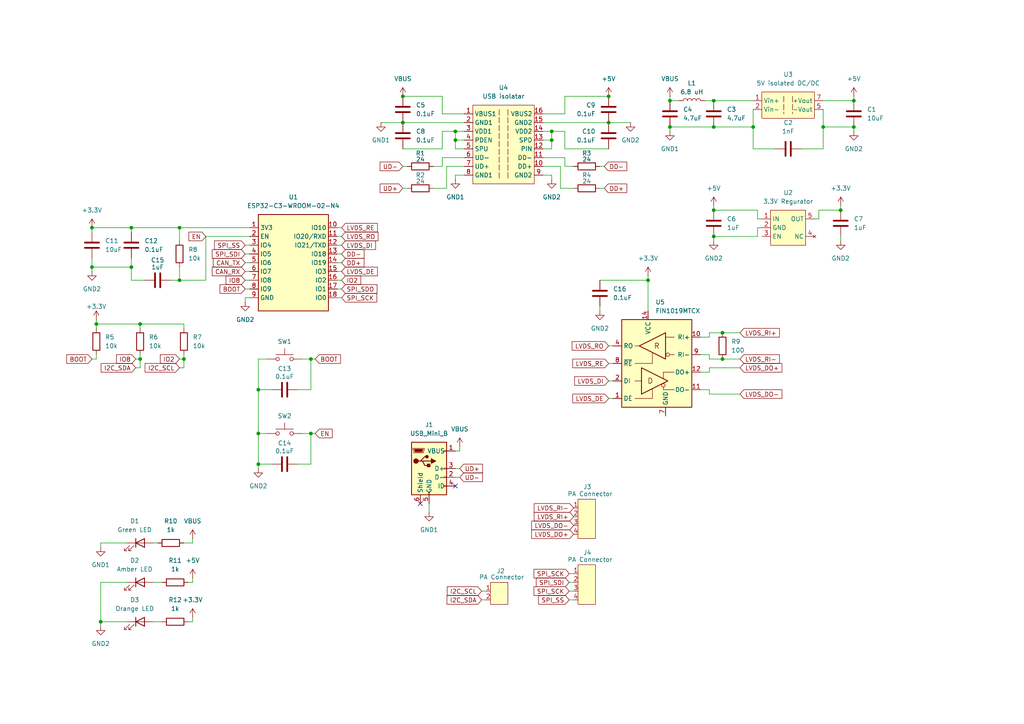
<source format=kicad_sch>
(kicad_sch (version 20250114) (generator "eeschema") (generator_version "9.0")
  (paper "A4")
  (junction (at 176.53 27.94))
  (junction (at 29.21 180.34))
  (junction (at 27.94 93.98))
  (junction (at 207.01 68.58))
  (junction (at 52.07 81.28))
  (junction (at 238.76 36.83))
  (junction (at 26.67 66.04))
  (junction (at 116.84 35.56))
  (junction (at 74.93 125.73))
  (junction (at 209.55 96.52))
  (junction (at 38.1 66.04))
  (junction (at 52.07 66.04))
  (junction (at 207.01 36.83))
  (junction (at 74.93 134.62))
  (junction (at 90.17 125.73))
  (junction (at 132.08 40.64))
  (junction (at 53.34 104.14))
  (junction (at 194.31 29.21))
  (junction (at 38.1 77.47))
  (junction (at 247.65 29.21))
  (junction (at 243.84 60.96))
  (junction (at 176.53 35.56))
  (junction (at 90.17 104.14))
  (junction (at 160.02 40.64))
  (junction (at 207.01 29.21))
  (junction (at 40.64 93.98))
  (junction (at 207.01 60.96))
  (junction (at 74.93 113.03))
  (junction (at 209.55 104.14))
  (junction (at 116.84 27.94))
  (junction (at 194.31 36.83))
  (junction (at 160.02 38.1))
  (junction (at 26.67 77.47))
  (junction (at 187.96 81.28))
  (junction (at 218.44 36.83))
  (junction (at 247.65 36.83))
  (junction (at 132.08 38.1))
  (junction (at 40.64 104.14))
  (no_connect (at 121.92 146.05))
  (no_connect (at 132.08 140.97))
  (wire (pts (xy 29.21 157.48) (xy 36.83 157.48)))
  (wire (pts (xy 90.17 113.03) (xy 90.17 104.14)))
  (wire (pts (xy 116.84 43.18) (xy 128.27 43.18)))
  (wire (pts (xy 71.12 76.2) (xy 72.39 76.2)))
  (wire (pts (xy 53.34 104.14) (xy 53.34 102.87)))
  (wire (pts (xy 116.84 27.94) (xy 128.27 27.94)))
  (wire (pts (xy 132.08 40.64) (xy 134.62 40.64)))
  (wire (pts (xy 40.64 93.98) (xy 53.34 93.98)))
  (wire (pts (xy 182.88 35.56) (xy 176.53 35.56)))
  (wire (pts (xy 224.79 43.18) (xy 218.44 43.18)))
  (wire (pts (xy 38.1 74.93) (xy 38.1 77.47)))
  (wire (pts (xy 175.26 48.26) (xy 173.99 48.26)))
  (wire (pts (xy 205.74 104.14) (xy 209.55 104.14)))
  (wire (pts (xy 128.27 43.18) (xy 128.27 38.1)))
  (wire (pts (xy 128.27 38.1) (xy 132.08 38.1)))
  (wire (pts (xy 110.49 35.56) (xy 116.84 35.56)))
  (wire (pts (xy 86.36 113.03) (xy 90.17 113.03)))
  (wire (pts (xy 134.62 43.18) (xy 132.08 43.18)))
  (wire (pts (xy 133.35 129.54) (xy 133.35 130.81)))
  (wire (pts (xy 74.93 113.03) (xy 78.74 113.03)))
  (wire (pts (xy 26.67 66.04) (xy 26.67 67.31)))
  (wire (pts (xy 52.07 66.04) (xy 72.39 66.04)))
  (wire (pts (xy 74.93 104.14) (xy 74.93 113.03)))
  (wire (pts (xy 55.88 168.91) (xy 55.88 167.64)))
  (wire (pts (xy 194.31 27.94) (xy 194.31 29.21)))
  (wire (pts (xy 53.34 106.68) (xy 53.34 104.14)))
  (wire (pts (xy 40.64 93.98) (xy 40.64 95.25)))
  (wire (pts (xy 26.67 104.14) (xy 27.94 104.14)))
  (wire (pts (xy 40.64 104.14) (xy 40.64 102.87)))
  (wire (pts (xy 176.53 27.94) (xy 163.83 27.94)))
  (wire (pts (xy 187.96 81.28) (xy 187.96 90.17)))
  (wire (pts (xy 238.76 31.75) (xy 238.76 36.83)))
  (wire (pts (xy 77.47 104.14) (xy 74.93 104.14)))
  (wire (pts (xy 157.48 48.26) (xy 162.56 48.26)))
  (wire (pts (xy 134.62 48.26) (xy 129.54 48.26)))
  (wire (pts (xy 205.74 97.79) (xy 203.2 97.79)))
  (wire (pts (xy 59.69 68.58) (xy 59.69 81.28)))
  (wire (pts (xy 44.45 168.91) (xy 46.99 168.91)))
  (wire (pts (xy 27.94 102.87) (xy 27.94 104.14)))
  (wire (pts (xy 238.76 36.83) (xy 247.65 36.83)))
  (wire (pts (xy 71.12 71.12) (xy 72.39 71.12)))
  (wire (pts (xy 44.45 180.34) (xy 46.99 180.34)))
  (wire (pts (xy 128.27 33.02) (xy 134.62 33.02)))
  (wire (pts (xy 29.21 180.34) (xy 36.83 180.34)))
  (wire (pts (xy 163.83 27.94) (xy 163.83 33.02)))
  (wire (pts (xy 176.53 43.18) (xy 163.83 43.18)))
  (wire (pts (xy 219.71 63.5) (xy 219.71 60.96)))
  (wire (pts (xy 90.17 134.62) (xy 90.17 125.73)))
  (wire (pts (xy 205.74 96.52) (xy 205.74 97.79)))
  (wire (pts (xy 26.67 66.04) (xy 38.1 66.04)))
  (wire (pts (xy 132.08 43.18) (xy 132.08 40.64)))
  (wire (pts (xy 91.44 104.14) (xy 90.17 104.14)))
  (wire (pts (xy 163.83 45.72) (xy 163.83 48.26)))
  (wire (pts (xy 74.93 125.73) (xy 77.47 125.73)))
  (wire (pts (xy 71.12 78.74) (xy 72.39 78.74)))
  (wire (pts (xy 187.96 81.28) (xy 173.99 81.28)))
  (wire (pts (xy 176.53 110.49) (xy 177.8 110.49)))
  (wire (pts (xy 27.94 93.98) (xy 40.64 93.98)))
  (wire (pts (xy 99.06 73.66) (xy 97.79 73.66)))
  (wire (pts (xy 38.1 77.47) (xy 38.1 81.28)))
  (wire (pts (xy 54.61 168.91) (xy 55.88 168.91)))
  (wire (pts (xy 207.01 68.58) (xy 207.01 69.85)))
  (wire (pts (xy 90.17 104.14) (xy 87.63 104.14)))
  (wire (pts (xy 187.96 80.01) (xy 187.96 81.28)))
  (wire (pts (xy 139.7 171.45) (xy 140.97 171.45)))
  (wire (pts (xy 160.02 40.64) (xy 160.02 38.1)))
  (wire (pts (xy 247.65 27.94) (xy 247.65 29.21)))
  (wire (pts (xy 91.44 125.73) (xy 90.17 125.73)))
  (wire (pts (xy 132.08 38.1) (xy 134.62 38.1)))
  (wire (pts (xy 71.12 73.66) (xy 72.39 73.66)))
  (wire (pts (xy 26.67 77.47) (xy 38.1 77.47)))
  (wire (pts (xy 243.84 68.58) (xy 243.84 69.85)))
  (wire (pts (xy 26.67 74.93) (xy 26.67 77.47)))
  (wire (pts (xy 133.35 138.43) (xy 132.08 138.43)))
  (wire (pts (xy 26.67 77.47) (xy 26.67 78.74)))
  (wire (pts (xy 194.31 36.83) (xy 207.01 36.83)))
  (wire (pts (xy 52.07 106.68) (xy 53.34 106.68)))
  (wire (pts (xy 139.7 173.99) (xy 140.97 173.99)))
  (wire (pts (xy 132.08 50.8) (xy 134.62 50.8)))
  (wire (pts (xy 53.34 93.98) (xy 53.34 95.25)))
  (wire (pts (xy 29.21 158.75) (xy 29.21 157.48)))
  (wire (pts (xy 166.37 166.37) (xy 165.1 166.37)))
  (wire (pts (xy 157.48 33.02) (xy 163.83 33.02)))
  (wire (pts (xy 218.44 36.83) (xy 218.44 31.75)))
  (wire (pts (xy 41.91 81.28) (xy 38.1 81.28)))
  (wire (pts (xy 52.07 104.14) (xy 53.34 104.14)))
  (wire (pts (xy 205.74 96.52) (xy 209.55 96.52)))
  (wire (pts (xy 163.83 43.18) (xy 163.83 38.1)))
  (wire (pts (xy 209.55 96.52) (xy 214.63 96.52)))
  (wire (pts (xy 205.74 114.3) (xy 214.63 114.3)))
  (wire (pts (xy 38.1 66.04) (xy 52.07 66.04)))
  (wire (pts (xy 55.88 157.48) (xy 53.34 157.48)))
  (wire (pts (xy 71.12 83.82) (xy 72.39 83.82)))
  (wire (pts (xy 173.99 90.17) (xy 173.99 88.9)))
  (wire (pts (xy 116.84 48.26) (xy 118.11 48.26)))
  (wire (pts (xy 237.49 60.96) (xy 243.84 60.96)))
  (wire (pts (xy 44.45 157.48) (xy 45.72 157.48)))
  (wire (pts (xy 52.07 69.85) (xy 52.07 66.04)))
  (wire (pts (xy 29.21 180.34) (xy 29.21 168.91)))
  (wire (pts (xy 218.44 43.18) (xy 218.44 36.83)))
  (wire (pts (xy 207.01 36.83) (xy 218.44 36.83)))
  (wire (pts (xy 160.02 52.07) (xy 160.02 50.8)))
  (wire (pts (xy 55.88 156.21) (xy 55.88 157.48)))
  (wire (pts (xy 128.27 45.72) (xy 134.62 45.72)))
  (wire (pts (xy 166.37 171.45) (xy 165.1 171.45)))
  (wire (pts (xy 71.12 86.36) (xy 72.39 86.36)))
  (wire (pts (xy 55.88 179.07) (xy 55.88 180.34)))
  (wire (pts (xy 243.84 59.69) (xy 243.84 60.96)))
  (wire (pts (xy 132.08 40.64) (xy 132.08 38.1)))
  (wire (pts (xy 160.02 38.1) (xy 163.83 38.1)))
  (wire (pts (xy 203.2 113.03) (xy 205.74 113.03)))
  (wire (pts (xy 157.48 38.1) (xy 160.02 38.1)))
  (wire (pts (xy 157.48 45.72) (xy 163.83 45.72)))
  (wire (pts (xy 162.56 48.26) (xy 162.56 54.61)))
  (wire (pts (xy 39.37 106.68) (xy 40.64 106.68)))
  (wire (pts (xy 74.93 134.62) (xy 78.74 134.62)))
  (wire (pts (xy 219.71 60.96) (xy 207.01 60.96)))
  (wire (pts (xy 204.47 29.21) (xy 207.01 29.21)))
  (wire (pts (xy 207.01 29.21) (xy 218.44 29.21)))
  (wire (pts (xy 27.94 93.98) (xy 27.94 95.25)))
  (wire (pts (xy 194.31 29.21) (xy 196.85 29.21)))
  (wire (pts (xy 99.06 81.28) (xy 97.79 81.28)))
  (wire (pts (xy 74.93 125.73) (xy 74.93 134.62)))
  (wire (pts (xy 59.69 81.28) (xy 52.07 81.28)))
  (wire (pts (xy 99.06 71.12) (xy 97.79 71.12)))
  (wire (pts (xy 74.93 135.89) (xy 74.93 134.62)))
  (wire (pts (xy 157.48 40.64) (xy 160.02 40.64)))
  (wire (pts (xy 163.83 48.26) (xy 166.37 48.26)))
  (wire (pts (xy 99.06 76.2) (xy 97.79 76.2)))
  (wire (pts (xy 129.54 48.26) (xy 129.54 54.61)))
  (wire (pts (xy 176.53 105.41) (xy 177.8 105.41)))
  (wire (pts (xy 128.27 27.94) (xy 128.27 33.02)))
  (wire (pts (xy 52.07 77.47) (xy 52.07 81.28)))
  (wire (pts (xy 99.06 68.58) (xy 97.79 68.58)))
  (wire (pts (xy 205.74 106.68) (xy 205.74 107.95)))
  (wire (pts (xy 71.12 87.63) (xy 71.12 86.36)))
  (wire (pts (xy 86.36 134.62) (xy 90.17 134.62)))
  (wire (pts (xy 162.56 54.61) (xy 166.37 54.61)))
  (wire (pts (xy 176.53 115.57) (xy 177.8 115.57)))
  (wire (pts (xy 237.49 63.5) (xy 237.49 60.96)))
  (wire (pts (xy 157.48 35.56) (xy 176.53 35.56)))
  (wire (pts (xy 205.74 107.95) (xy 203.2 107.95)))
  (wire (pts (xy 40.64 106.68) (xy 40.64 104.14)))
  (wire (pts (xy 238.76 43.18) (xy 238.76 36.83)))
  (wire (pts (xy 133.35 130.81) (xy 132.08 130.81)))
  (wire (pts (xy 232.41 43.18) (xy 238.76 43.18)))
  (wire (pts (xy 214.63 106.68) (xy 205.74 106.68)))
  (wire (pts (xy 55.88 180.34) (xy 54.61 180.34)))
  (wire (pts (xy 99.06 78.74) (xy 97.79 78.74)))
  (wire (pts (xy 132.08 52.07) (xy 132.08 50.8)))
  (wire (pts (xy 129.54 54.61) (xy 125.73 54.61)))
  (wire (pts (xy 219.71 68.58) (xy 207.01 68.58)))
  (wire (pts (xy 238.76 29.21) (xy 247.65 29.21)))
  (wire (pts (xy 27.94 92.71) (xy 27.94 93.98)))
  (wire (pts (xy 99.06 66.04) (xy 97.79 66.04)))
  (wire (pts (xy 194.31 38.1) (xy 194.31 36.83)))
  (wire (pts (xy 29.21 168.91) (xy 36.83 168.91)))
  (wire (pts (xy 176.53 100.33) (xy 177.8 100.33)))
  (wire (pts (xy 220.98 63.5) (xy 219.71 63.5)))
  (wire (pts (xy 160.02 43.18) (xy 160.02 40.64)))
  (wire (pts (xy 175.26 54.61) (xy 173.99 54.61)))
  (wire (pts (xy 207.01 59.69) (xy 207.01 60.96)))
  (wire (pts (xy 29.21 181.61) (xy 29.21 180.34)))
  (wire (pts (xy 166.37 173.99) (xy 165.1 173.99)))
  (wire (pts (xy 97.79 83.82) (xy 99.06 83.82)))
  (wire (pts (xy 125.73 48.26) (xy 128.27 48.26)))
  (wire (pts (xy 220.98 66.04) (xy 219.71 66.04)))
  (wire (pts (xy 38.1 66.04) (xy 38.1 67.31)))
  (wire (pts (xy 209.55 104.14) (xy 214.63 104.14)))
  (wire (pts (xy 74.93 113.03) (xy 74.93 125.73)))
  (wire (pts (xy 160.02 50.8) (xy 157.48 50.8)))
  (wire (pts (xy 87.63 125.73) (xy 90.17 125.73)))
  (wire (pts (xy 116.84 54.61) (xy 118.11 54.61)))
  (wire (pts (xy 97.79 86.36) (xy 99.06 86.36)))
  (wire (pts (xy 39.37 104.14) (xy 40.64 104.14)))
  (wire (pts (xy 247.65 38.1) (xy 247.65 36.83)))
  (wire (pts (xy 49.53 81.28) (xy 52.07 81.28)))
  (wire (pts (xy 124.46 146.05) (xy 124.46 148.59)))
  (wire (pts (xy 205.74 113.03) (xy 205.74 114.3)))
  (wire (pts (xy 128.27 48.26) (xy 128.27 45.72)))
  (wire (pts (xy 71.12 81.28) (xy 72.39 81.28)))
  (wire (pts (xy 133.35 135.89) (xy 132.08 135.89)))
  (wire (pts (xy 116.84 35.56) (xy 134.62 35.56)))
  (wire (pts (xy 59.69 68.58) (xy 72.39 68.58)))
  (wire (pts (xy 166.37 168.91) (xy 165.1 168.91)))
  (wire (pts (xy 236.22 63.5) (xy 237.49 63.5)))
  (wire (pts (xy 205.74 102.87) (xy 205.74 104.14)))
  (wire (pts (xy 203.2 102.87) (xy 205.74 102.87)))
  (wire (pts (xy 157.48 43.18) (xy 160.02 43.18)))
  (wire (pts (xy 219.71 66.04) (xy 219.71 68.58)))
  (global_label "LVDS_RI-" (shape input) (at 214.63 104.14 0) (property "Intersheetrefs" "${INTERSHEET_REFS}" (effects (hide yes))))
  (global_label "SPI_SCK" (shape input) (at 165.1 171.45 180) (property "Intersheetrefs" "${INTERSHEET_REFS}" (effects (hide yes))))
  (global_label "DD-" (shape input) (at 175.26 48.26 0) (property "Intersheetrefs" "${INTERSHEET_REFS}" (effects (hide yes))))
  (global_label "DD-" (shape input) (at 99.06 73.66 0) (property "Intersheetrefs" "${INTERSHEET_REFS}" (effects (hide yes))))
  (global_label "LVDS_DO+" (shape input) (at 214.63 106.68 0) (property "Intersheetrefs" "${INTERSHEET_REFS}" (effects (hide yes))))
  (global_label "I2C_SCL" (shape input) (at 52.07 106.68 180) (property "Intersheetrefs" "${INTERSHEET_REFS}" (effects (hide yes))))
  (global_label "SPI_SS" (shape input) (at 165.1 173.99 180) (property "Intersheetrefs" "${INTERSHEET_REFS}" (effects (hide yes))))
  (global_label "UD-" (shape input) (at 133.35 138.43 0) (property "Intersheetrefs" "${INTERSHEET_REFS}" (effects (hide yes))))
  (global_label "UD+" (shape input) (at 116.84 54.61 180) (property "Intersheetrefs" "${INTERSHEET_REFS}" (effects (hide yes))))
  (global_label "IO8" (shape input) (at 39.37 104.14 180) (property "Intersheetrefs" "${INTERSHEET_REFS}" (effects (hide yes))))
  (global_label "I2C_SCL" (shape input) (at 139.7 171.45 180) (property "Intersheetrefs" "${INTERSHEET_REFS}" (effects (hide yes))))
  (global_label "LVDS_DI" (shape input) (at 176.53 110.49 180) (property "Intersheetrefs" "${INTERSHEET_REFS}" (effects (hide yes))))
  (global_label "BOOT" (shape input) (at 71.12 83.82 180) (property "Intersheetrefs" "${INTERSHEET_REFS}" (effects (hide yes))))
  (global_label "DD+" (shape input) (at 99.06 76.2 0) (property "Intersheetrefs" "${INTERSHEET_REFS}" (effects (hide yes))))
  (global_label "LVDS_DE" (shape input) (at 99.06 78.74 0) (property "Intersheetrefs" "${INTERSHEET_REFS}" (effects (hide yes))))
  (global_label "BOOT" (shape input) (at 26.67 104.14 180) (property "Intersheetrefs" "${INTERSHEET_REFS}" (effects (hide yes))))
  (global_label "LVDS_RE" (shape input) (at 176.53 105.41 180) (property "Intersheetrefs" "${INTERSHEET_REFS}" (effects (hide yes))))
  (global_label "LVDS_RI+" (shape input) (at 166.37 149.86 180) (property "Intersheetrefs" "${INTERSHEET_REFS}" (effects (hide yes))))
  (global_label "DD+" (shape input) (at 175.26 54.61 0) (property "Intersheetrefs" "${INTERSHEET_REFS}" (effects (hide yes))))
  (global_label "LVDS_DE" (shape input) (at 176.53 115.57 180) (property "Intersheetrefs" "${INTERSHEET_REFS}" (effects (hide yes))))
  (global_label "UD+" (shape input) (at 133.35 135.89 0) (property "Intersheetrefs" "${INTERSHEET_REFS}" (effects (hide yes))))
  (global_label "CAN_RX" (shape input) (at 71.12 78.74 180) (property "Intersheetrefs" "${INTERSHEET_REFS}" (effects (hide yes))))
  (global_label "LVDS_RE" (shape input) (at 99.06 66.04 0) (property "Intersheetrefs" "${INTERSHEET_REFS}" (effects (hide yes))))
  (global_label "I2C_SDA" (shape input) (at 39.37 106.68 180) (property "Intersheetrefs" "${INTERSHEET_REFS}" (effects (hide yes))))
  (global_label "BOOT" (shape input) (at 91.44 104.14 0) (property "Intersheetrefs" "${INTERSHEET_REFS}" (effects (hide yes))))
  (global_label "SPI_SCK" (shape input) (at 99.06 86.36 0) (property "Intersheetrefs" "${INTERSHEET_REFS}" (effects (hide yes))))
  (global_label "SPI_SCK" (shape input) (at 165.1 166.37 180) (property "Intersheetrefs" "${INTERSHEET_REFS}" (effects (hide yes))))
  (global_label "IO8" (shape input) (at 71.12 81.28 180) (property "Intersheetrefs" "${INTERSHEET_REFS}" (effects (hide yes))))
  (global_label "EN" (shape input) (at 91.44 125.73 0) (property "Intersheetrefs" "${INTERSHEET_REFS}" (effects (hide yes))))
  (global_label "SPI_SS" (shape input) (at 71.12 71.12 180) (property "Intersheetrefs" "${INTERSHEET_REFS}" (effects (hide yes))))
  (global_label "LVDS_DO-" (shape input) (at 214.63 114.3 0) (property "Intersheetrefs" "${INTERSHEET_REFS}" (effects (hide yes))))
  (global_label "I2C_SDA" (shape input) (at 139.7 173.99 180) (property "Intersheetrefs" "${INTERSHEET_REFS}" (effects (hide yes))))
  (global_label "SPI_SDI" (shape input) (at 71.12 73.66 180) (property "Intersheetrefs" "${INTERSHEET_REFS}" (effects (hide yes))))
  (global_label "EN" (shape input) (at 59.69 68.58 180) (property "Intersheetrefs" "${INTERSHEET_REFS}" (effects (hide yes))))
  (global_label "LVDS_DO+" (shape input) (at 166.37 154.94 180) (property "Intersheetrefs" "${INTERSHEET_REFS}" (effects (hide yes))))
  (global_label "IO2" (shape input) (at 99.06 81.28 0) (property "Intersheetrefs" "${INTERSHEET_REFS}" (effects (hide yes))))
  (global_label "LVDS_DO-" (shape input) (at 166.37 152.4 180) (property "Intersheetrefs" "${INTERSHEET_REFS}" (effects (hide yes))))
  (global_label "LVDS_RO" (shape input) (at 99.06 68.58 0) (property "Intersheetrefs" "${INTERSHEET_REFS}" (effects (hide yes))))
  (global_label "LVDS_RO" (shape input) (at 176.53 100.33 180) (property "Intersheetrefs" "${INTERSHEET_REFS}" (effects (hide yes))))
  (global_label "SPI_SDI" (shape input) (at 165.1 168.91 180) (property "Intersheetrefs" "${INTERSHEET_REFS}" (effects (hide yes))))
  (global_label "IO2" (shape input) (at 52.07 104.14 180) (property "Intersheetrefs" "${INTERSHEET_REFS}" (effects (hide yes))))
  (global_label "LVDS_RI+" (shape input) (at 214.63 96.52 0) (property "Intersheetrefs" "${INTERSHEET_REFS}" (effects (hide yes))))
  (global_label "SPI_SDO" (shape input) (at 99.06 83.82 0) (property "Intersheetrefs" "${INTERSHEET_REFS}" (effects (hide yes))))
  (global_label "LVDS_DI" (shape input) (at 99.06 71.12 0) (property "Intersheetrefs" "${INTERSHEET_REFS}" (effects (hide yes))))
  (global_label "LVDS_RI-" (shape input) (at 166.37 147.32 180) (property "Intersheetrefs" "${INTERSHEET_REFS}" (effects (hide yes))))
  (global_label "CAN_TX" (shape input) (at 71.12 76.2 180) (property "Intersheetrefs" "${INTERSHEET_REFS}" (effects (hide yes))))
  (global_label "UD-" (shape input) (at 116.84 48.26 180) (property "Intersheetrefs" "${INTERSHEET_REFS}" (effects (hide yes))))
  (symbol (lib_id "power:VBUS") (at 194.31 27.94 0) (unit 1)
    (property "Reference" "#PWR02" (effects (hide yes)))
    (property "Value" "VBUS" (at 194.31 22.86 0))
    (property "Description" "Power symbol creates a global label with name \"VBUS\"" (effects (hide yes)))
  )
  (symbol (lib_id "NRC06F1002TRF:NRC06F1002TRF") (at 53.34 99.06 0) (unit 1)
    (property "Reference" "R7" (at 55.88 97.7899 0) (effects (justify left)))
    (property "Value" "10k" (at 55.88 100.3299 0) (effects (justify left)))
    (property "Footprint" "Resistor_SMD:R_0603_1608Metric" (effects (hide yes)))
    (property "Datasheet" "https://www.niccomp.com/wp-content/uploads/catalog/nrc.pdf" (effects (hide yes)))
    (property "Description" "register 10k ohm 0.1W" (effects (hide yes)))
    (property "product" "NRC06F1002TRF" (effects (hide yes)))
    (property "digikey" "4988-NRC06F1002TRFCT-ND" (effects (hide yes)))
  )
  (symbol (lib_id "ESP32-C3-WROOM-02-N4:ESP32-C3-WROOM-02-N4") (at 85.09 76.2 0) (unit 1)
    (property "Reference" "U1" (at 85.09 57.15 0))
    (property "Value" "ESP32-C3-WROOM-02-N4" (at 85.09 59.69 0))
    (property "Footprint" "ESP32-C3-WROOM-02-N4:ESP32-C3-WROOM-02-N4" (effects (hide yes)))
    (property "Datasheet" "https://akizukidenshi.com/goodsaffix/esp32-c3-wroom-02_datasheet_en.pdf" (effects (hide yes)))
    (property "Description" "ESP32-C3-WROOM-02-N4" (effects (hide yes)))
    (property "product" "ESP32-C3-WROOM-02-N4" (effects (hide yes)))
    (property "digikey" "none" (effects (hide yes)))
  )
  (symbol (lib_id "GRM188F11H104ZA01:GRM188F11H104ZA01") (at 173.99 85.09 0) (unit 1)
    (property "Reference" "C16" (at 177.8 83.8199 0) (effects (justify left)))
    (property "Value" "0.1uF" (at 177.8 86.3599 0) (effects (justify left)))
    (property "Footprint" "Capacitor_SMD:C_0603_1608Metric" (effects (hide yes)))
    (property "Datasheet" "https://search.murata.co.jp/Ceramy/image/img/A01X/G101/JPN/GRM188F11H104ZA01-01.pdf" (effects (hide yes)))
    (property "Description" "capacitor 50Vdc 0.1uF" (effects (hide yes)))
    (property "product" "GRM188F11H104ZA01" (effects (hide yes)))
    (property "digikey" "none" (effects (hide yes)))
  )
  (symbol (lib_id "power:+3.3V") (at 243.84 59.69 0) (unit 1)
    (property "Reference" "#PWR08" (effects (hide yes)))
    (property "Value" "+3.3V" (at 243.84 54.61 0))
    (property "Description" "Power symbol creates a global label with name \"+3.3V\"" (effects (hide yes)))
  )
  (symbol (lib_id "power:GND2") (at 71.12 87.63 0) (unit 1)
    (property "Reference" "#PWR018" (effects (hide yes)))
    (property "Value" "GND2" (at 71.12 92.71 0))
    (property "Description" "Power symbol creates a global label with name \"GND2\" , ground" (effects (hide yes)))
  )
  (symbol (lib_id "CL31B106KAHNNNE:CL31B106KAHNNNE") (at 26.67 71.12 0) (unit 1)
    (property "Reference" "C11" (at 30.48 69.8499 0) (effects (justify left)))
    (property "Value" "10uF" (at 30.48 72.3899 0) (effects (justify left)))
    (property "Footprint" "Capacitor_SMD:C_1206_3216Metric" (effects (hide yes)))
    (property "Datasheet" "https://mm.digikey.com/Volume0/opasdata/d220001/medias/docus/658/CL31B106KAHNNNE_Spec.pdf" (effects (hide yes)))
    (property "Description" "10uF 25V X7R" (effects (hide yes)))
    (property "product" "CL31B106KAHNNNE" (effects (hide yes)))
    (property "digikey" "1276-1804-1-ND" (effects (hide yes)))
  )
  (symbol (lib_id "power:GND2") (at 207.01 69.85 0) (unit 1)
    (property "Reference" "#PWR06" (effects (hide yes)))
    (property "Value" "GND2" (at 207.01 74.93 0))
    (property "Description" "Power symbol creates a global label with name \"GND2\" , ground" (effects (hide yes)))
  )
  (symbol (lib_id "power:+5V") (at 55.88 167.64 0) (unit 1)
    (property "Reference" "#PWR027" (effects (hide yes)))
    (property "Value" "+5V" (at 55.88 162.56 0))
    (property "Description" "Power symbol creates a global label with name \"+5V\"" (effects (hide yes)))
  )
  (symbol (lib_id "power:GND1") (at 124.46 148.59 0) (unit 1)
    (property "Reference" "#PWR020" (effects (hide yes)))
    (property "Value" "GND1" (at 124.46 153.67 0))
    (property "Description" "Power symbol creates a global label with name \"GND1\" , ground" (effects (hide yes)))
  )
  (symbol (lib_id "power:GND1") (at 194.31 38.1 0) (unit 1)
    (property "Reference" "#PWR01" (effects (hide yes)))
    (property "Value" "GND1" (at 194.31 43.18 0))
    (property "Description" "Power symbol creates a global label with name \"GND1\" , ground" (effects (hide yes)))
  )
  (symbol (lib_id "S04B-PASK-2:S04B-PASK-2") (at 168.91 170.18 0) (unit 1)
    (property "Reference" "J4" (at 169.164 160.274 0) (effects (justify left)))
    (property "Value" "PA Connector" (at 164.592 162.306 0) (effects (justify left)))
    (property "Footprint" "S04B-PASK-2:S04B-PASK-2" (effects (hide yes)))
    (property "Datasheet" "https://www.jst-mfg.com/product/pdf/jpn/PA-F.pdf?691eca45cf96b" (effects (hide yes)))
    (property "Description" "PA Connector 250V 3A" (effects (hide yes)))
    (property "product" "S04B-PASK-2" (effects (hide yes)))
    (property "digikey" "455-S04B-PASK-2-ND" (effects (hide yes)))
  )
  (symbol (lib_id "AM3DS-0505SH30LPZ:AM3DS-0505SH30LPZ") (at 228.6 30.48 0) (unit 1)
    (property "Reference" "U3" (at 228.6 21.59 0))
    (property "Value" "5V isolated DC/DC" (at 228.6 24.13 0))
    (property "Footprint" "AM3DS-0505SH30LPZ:AM3DS-0505SH30LPZ" (effects (hide yes)))
    (property "Datasheet" "https://aimtec.com/site/Aimtec/files/Datasheet/HighResolution/AM3DS-LPZ.pdf" (effects (hide yes)))
    (property "Description" "isolated 5V output 4.5~5.5V input 3kV" (effects (hide yes)))
    (property "product" "AM3DS-0505SH30LPZ" (effects (hide yes)))
    (property "digikey" "5245-AM3DS-0505SH30LPZ-ND" (effects (hide yes)))
  )
  (symbol (lib_id "FIN1019MTCX:FIN1019MTCX") (at 191.77 105.41 0) (unit 1)
    (property "Reference" "U5" (at 190.1033 87.63 0) (effects (justify left)))
    (property "Value" "FIN1019MTCX" (at 190.1033 90.17 0) (effects (justify left)))
    (property "Footprint" "Package_SO:TSSOP-14_4.4x5mm_P0.65mm" (effects (hide yes)))
    (property "Datasheet" "https://mm.digikey.com/Volume0/opasdata/d220001/medias/docus/1021/FIN1019.pdf" (effects (hide yes)))
    (property "Description" "3.3V LVDS High Speed Differential Driver/Receiver, 400Mbps, TSSOP-14" (effects (hide yes)))
    (property "product" "FIN1019MTCX" (effects (hide yes)))
    (property "digikey" "FIN1019MTCXCT-ND" (effects (hide yes)))
  )
  (symbol (lib_id "GRM188F11H104ZA01:GRM188F11H104ZA01") (at 116.84 39.37 0) (unit 1)
    (property "Reference" "C8" (at 120.65 38.0999 0) (effects (justify left)))
    (property "Value" "0.1uF" (at 120.65 40.6399 0) (effects (justify left)))
    (property "Footprint" "Capacitor_SMD:C_0603_1608Metric" (effects (hide yes)))
    (property "Datasheet" "https://search.murata.co.jp/Ceramy/image/img/A01X/G101/JPN/GRM188F11H104ZA01-01.pdf" (effects (hide yes)))
    (property "Description" "capacitor 50Vdc 0.1uF" (effects (hide yes)))
    (property "product" "GRM188F11H104ZA01" (effects (hide yes)))
    (property "digikey" "none" (effects (hide yes)))
  )
  (symbol (lib_id "power:GND1") (at 132.08 52.07 0) (unit 1)
    (property "Reference" "#PWR014" (effects (hide yes)))
    (property "Value" "GND1" (at 132.08 57.15 0))
    (property "Description" "Power symbol creates a global label with name \"GND1\" , ground" (effects (hide yes)))
  )
  (symbol (lib_id "NRC06F1001TRF:NRC06F1001TRF") (at 49.53 157.48 90) (unit 1)
    (property "Reference" "R10" (at 49.53 151.13 90))
    (property "Value" "1k" (at 49.53 153.67 90))
    (property "Footprint" "Resistor_SMD:R_0603_1608Metric" (effects (hide yes)))
    (property "Datasheet" "https://www.niccomp.com/wp-content/uploads/catalog/nrc.pdf" (effects (hide yes)))
    (property "Description" "register 1k ohm 0.1W" (effects (hide yes)))
    (property "product" "NRC06F1001TRF" (effects (hide yes)))
    (property "digikey" "4988-NRC06F1001TRFCT-ND" (effects (hide yes)))
  )
  (symbol (lib_id "GRM188F11H104ZA01:GRM188F11H104ZA01") (at 82.55 134.62 90) (unit 1)
    (property "Reference" "C14" (at 82.55 128.524 90))
    (property "Value" "0.1uF" (at 82.55 130.81 90))
    (property "Footprint" "Capacitor_SMD:C_0603_1608Metric" (effects (hide yes)))
    (property "Datasheet" "https://search.murata.co.jp/Ceramy/image/img/A01X/G101/JPN/GRM188F11H104ZA01-01.pdf" (effects (hide yes)))
    (property "Description" "capacitor 50Vdc 0.1uF" (effects (hide yes)))
    (property "product" "GRM188F11H104ZA01" (effects (hide yes)))
    (property "digikey" "none" (effects (hide yes)))
  )
  (symbol (lib_id "power:+3.3V") (at 26.67 66.04 0) (unit 1)
    (property "Reference" "#PWR015" (effects (hide yes)))
    (property "Value" "+3.3V" (at 26.67 60.96 0))
    (property "Description" "Power symbol creates a global label with name \"+3.3V\"" (effects (hide yes)))
  )
  (symbol (lib_id "WIP322512A-6R8MLDG:WIP322512A-6R8MLDG") (at 200.66 29.21 90) (unit 1)
    (property "Reference" "L1" (at 200.66 24.13 90))
    (property "Value" "6.8 uH" (at 200.66 26.67 90))
    (property "Footprint" "Inductor_SMD:L_1210_3225Metric" (effects (hide yes)))
    (property "Datasheet" "https://mm.digikey.com/Volume0/opasdata/d220001/medias/docus/5561/WIP322512A%20Series.pdf" (effects (hide yes)))
    (property "Description" "6.8 uH 1.2A 210mOhm" (effects (hide yes)))
    (property "product" "WIP322512A-6R8MLDG" (effects (hide yes)))
    (property "digikey" "3526-WIP322512A-6R8MLDGCT-ND" (effects (hide yes)))
  )
  (symbol (lib_id "RC0402FR-0724RL:RC0402FR-0724RL") (at 121.92 48.26 90) (unit 1)
    (property "Reference" "R1" (at 121.92 44.45 90))
    (property "Value" "24" (at 121.92 46.228 90))
    (property "Footprint" "Resistor_SMD:R_0402_1005Metric" (effects (hide yes)))
    (property "Datasheet" "https://www.yageogroup.com/content/datasheet/asset/file/PYU-RC_GROUP_51_ROHS_L" (effects (hide yes)))
    (property "Description" "24ohm 1% 1/16W" (effects (hide yes)))
    (property "product" "RC0402FR-0724RL" (effects (hide yes)))
    (property "digikey" "YAG3073CT-ND" (effects (hide yes)))
  )
  (symbol (lib_id "GSPTS003907:GSPTS003907") (at 82.55 102.87 0) (unit 1)
    (property "Reference" "SW1" (at 82.55 99.06 0))
    (property "Footprint" "Button_Switch_THT:SW_PUSH_1P1T_6x3.5mm_H4.3_APEM_MJTP1243" (effects (hide yes)))
    (property "Datasheet" "https://www.ckswitches.com/media/2779/pts636.pdf" (effects (hide yes)))
    (property "Description" "push switch 12v 50mA" (effects (hide yes)))
    (property "product" "GSPTS003907" (effects (hide yes)))
    (property "digikey" "CKN12304-ND" (effects (hide yes)))
  )
  (symbol (lib_id "CL31B106KAHNNNE:CL31B106KAHNNNE") (at 247.65 33.02 0) (unit 1)
    (property "Reference" "C1" (at 251.46 31.7499 0) (effects (justify left)))
    (property "Value" "10uF" (at 251.46 34.2899 0) (effects (justify left)))
    (property "Footprint" "Capacitor_SMD:C_1206_3216Metric" (effects (hide yes)))
    (property "Datasheet" "https://mm.digikey.com/Volume0/opasdata/d220001/medias/docus/658/CL31B106KAHNNNE_Spec.pdf" (effects (hide yes)))
    (property "Description" "10uF 25V X7R" (effects (hide yes)))
    (property "product" "CL31B106KAHNNNE" (effects (hide yes)))
    (property "digikey" "1276-1804-1-ND" (effects (hide yes)))
  )
  (symbol (lib_id "ADUM3160BRWZ-RL:ADUM3160BRWZ-RL") (at 146.05 41.91 0) (unit 1)
    (property "Reference" "U4" (at 146.05 25.4 0))
    (property "Value" "USB isolatar" (at 146.05 27.94 0))
    (property "Footprint" "Package_SO:SOIC-16W_7.5x10.3mm_P1.27mm" (effects (hide yes)))
    (property "Datasheet" "https://www.analog.com/media/en/technical-documentation/data-sheets/ADuM3160.pdf" (effects (hide yes)))
    (property "Description" "usb isolator" (effects (hide yes)))
    (property "product" "ADUM3160BRWZ-RL" (effects (hide yes)))
    (property "digikey" "ADUM3160BRWZ-RLCT-ND" (effects (hide yes)))
  )
  (symbol (lib_id "RK73H1ETTP1000F:RK73H1ETTP1000F") (at 209.55 100.33 0) (unit 1)
    (property "Reference" "R9" (at 212.09 99.0599 0) (effects (justify left)))
    (property "Value" "100" (at 212.09 101.5999 0) (effects (justify left)))
    (property "Footprint" "Resistor_SMD:R_0402_1005Metric" (effects (hide yes)))
    (property "Datasheet" "https://www.koaspeer.com/pdfs/RK73H.pdf" (effects (hide yes)))
    (property "Description" "100ohm 0.1W" (effects (hide yes)))
    (property "product" "RK73H1ETTP1000F" (effects (hide yes)))
    (property "digikey" "2019-RK73H1ETTP1000FCT-ND" (effects (hide yes)))
  )
  (symbol (lib_id "MUSB-5BF01AS:MUSB-5BF01AS") (at 124.46 138.43 0) (unit 1)
    (property "Reference" "J1" (at 124.46 123.19 0))
    (property "Value" "USB_Mini_B" (at 124.46 125.73 0))
    (property "Footprint" "MUSB-5BF01AS:MUSB-5BF01AS" (effects (hide yes)))
    (property "Datasheet" "https://akizukidenshi.com/goodsaffix/c2235_dim_2.pdf" (effects (hide yes)))
    (property "Description" "USB mini B" (effects (hide yes)))
    (property "product" "MUSB-5BF01AS" (effects (hide yes)))
    (property "digikey" "none" (effects (hide yes)))
  )
  (symbol (lib_id "GRM188R61E475KE11D:GRM188R61E475KE11D") (at 207.01 33.02 0) (unit 1)
    (property "Reference" "C3" (at 210.82 31.7499 0) (effects (justify left)))
    (property "Value" "4.7uF" (at 210.82 34.2899 0) (effects (justify left)))
    (property "Footprint" "Capacitor_SMD:C_0603_1608Metric" (effects (hide yes)))
    (property "Datasheet" "https://search.murata.co.jp/Ceramy/image/img/A01X/G101/ENG/GRM188R61E475KE11-01.pdf" (effects (hide yes)))
    (property "Description" "4.7uF 25V X5R" (effects (hide yes)))
    (property "product" "GRM188R61E475KE11D" (effects (hide yes)))
    (property "digikey" "490-7203-1-ND" (effects (hide yes)))
  )
  (symbol (lib_id "power:GND2") (at 182.88 35.56 0) (unit 1)
    (property "Reference" "#PWR013" (effects (hide yes)))
    (property "Value" "GND2" (at 182.88 40.64 0))
    (property "Description" "Power symbol creates a global label with name \"GND2\" , ground" (effects (hide yes)))
  )
  (symbol (lib_id "GRM188R61E475KE11D:GRM188R61E475KE11D") (at 194.31 33.02 0) (unit 1)
    (property "Reference" "C4" (at 198.12 31.7499 0) (effects (justify left)))
    (property "Value" "4.7uF" (at 198.12 34.2899 0) (effects (justify left)))
    (property "Footprint" "Capacitor_SMD:C_0603_1608Metric" (effects (hide yes)))
    (property "Datasheet" "https://search.murata.co.jp/Ceramy/image/img/A01X/G101/ENG/GRM188R61E475KE11-01.pdf" (effects (hide yes)))
    (property "Description" "4.7uF 25V X5R" (effects (hide yes)))
    (property "product" "GRM188R61E475KE11D" (effects (hide yes)))
    (property "digikey" "490-7203-1-ND" (effects (hide yes)))
  )
  (symbol (lib_id "GSPTS003907:GSPTS003907") (at 82.55 124.46 0) (unit 1)
    (property "Reference" "SW2" (at 82.55 120.65 0))
    (property "Footprint" "Button_Switch_THT:SW_PUSH_1P1T_6x3.5mm_H4.3_APEM_MJTP1243" (effects (hide yes)))
    (property "Datasheet" "https://www.ckswitches.com/media/2779/pts636.pdf" (effects (hide yes)))
    (property "Description" "push switch 12v 50mA" (effects (hide yes)))
    (property "product" "GSPTS003907" (effects (hide yes)))
    (property "digikey" "CKN12304-ND" (effects (hide yes)))
  )
  (symbol (lib_id "power:GND2") (at 29.21 181.61 0) (unit 1)
    (property "Reference" "#PWR024" (effects (hide yes)))
    (property "Value" "GND2" (at 29.21 186.69 0))
    (property "Description" "Power symbol creates a global label with name \"GND2\" , ground" (effects (hide yes)))
  )
  (symbol (lib_id "B1931UY--20D000114U1930:B1931UY--20D000114U1930") (at 40.64 168.91 0) (unit 1)
    (property "Reference" "D2" (at 39.0525 162.56 0))
    (property "Value" "Amber LED" (at 39.0525 165.1 0))
    (property "Footprint" "LED_SMD:LED_0603_1608Metric" (effects (hide yes)))
    (property "Datasheet" "https://mm.digikey.com/Volume0/opasdata/d220001/medias/docus/3739/B1931UY--20D000114U1930.pdf" (effects (hide yes)))
    (property "Description" "Amber 589nm 2V" (effects (hide yes)))
    (property "product" "B1931UY--20D000114U1930" (effects (hide yes)))
    (property "digikey" "3147-B1931UY--20D000114U1930CT-ND" (effects (hide yes)))
  )
  (symbol (lib_id "NRC06F1001TRF:NRC06F1001TRF") (at 50.8 168.91 90) (unit 1)
    (property "Reference" "R11" (at 50.8 162.56 90))
    (property "Value" "1k" (at 50.8 165.1 90))
    (property "Footprint" "Resistor_SMD:R_0603_1608Metric" (effects (hide yes)))
    (property "Datasheet" "https://www.niccomp.com/wp-content/uploads/catalog/nrc.pdf" (effects (hide yes)))
    (property "Description" "register 1k ohm 0.1W" (effects (hide yes)))
    (property "product" "NRC06F1001TRF" (effects (hide yes)))
    (property "digikey" "4988-NRC06F1001TRFCT-ND" (effects (hide yes)))
  )
  (symbol (lib_id "power:+5V") (at 176.53 27.94 0) (unit 1)
    (property "Reference" "#PWR012" (effects (hide yes)))
    (property "Value" "+5V" (at 176.53 22.86 0))
    (property "Description" "Power symbol creates a global label with name \"+5V\"" (effects (hide yes)))
  )
  (symbol (lib_id "power:+3.3V") (at 187.96 80.01 0) (unit 1)
    (property "Reference" "#PWR022" (effects (hide yes)))
    (property "Value" "+3.3V" (at 187.96 74.93 0))
    (property "Description" "Power symbol creates a global label with name \"+3.3V\"" (effects (hide yes)))
  )
  (symbol (lib_id "power:+5V") (at 207.01 59.69 0) (unit 1)
    (property "Reference" "#PWR05" (effects (hide yes)))
    (property "Value" "+5V" (at 207.01 54.61 0))
    (property "Description" "Power symbol creates a global label with name \"+5V\"" (effects (hide yes)))
  )
  (symbol (lib_id "power:+3.3V") (at 27.94 92.71 0) (unit 1)
    (property "Reference" "#PWR019" (effects (hide yes)))
    (property "Value" "+3.3V" (at 27.94 88.9 0))
    (property "Description" "Power symbol creates a global label with name \"+3.3V\"" (effects (hide yes)))
  )
  (symbol (lib_id "power:GND2") (at 173.99 90.17 0) (unit 1)
    (property "Reference" "#PWR023" (effects (hide yes)))
    (property "Value" "GND2" (at 173.99 95.25 0))
    (property "Description" "Power symbol creates a global label with name \"GND2\" , ground" (effects (hide yes)))
  )
  (symbol (lib_id "GRM188F11H104ZA01:GRM188F11H104ZA01") (at 176.53 39.37 0) (mirror y) (unit 1)
    (property "Reference" "C10" (at 172.72 38.0999 0) (effects (justify left)))
    (property "Value" "0.1uF" (at 172.72 40.6399 0) (effects (justify left)))
    (property "Footprint" "Capacitor_SMD:C_0603_1608Metric" (effects (hide yes)))
    (property "Datasheet" "https://search.murata.co.jp/Ceramy/image/img/A01X/G101/JPN/GRM188F11H104ZA01-01.pdf" (effects (hide yes)))
    (property "Description" "capacitor 50Vdc 0.1uF" (effects (hide yes)))
    (property "product" "GRM188F11H104ZA01" (effects (hide yes)))
    (property "digikey" "none" (effects (hide yes)))
  )
  (symbol (lib_id "RC0402FR-0724RL:RC0402FR-0724RL") (at 170.18 48.26 90) (unit 1)
    (property "Reference" "R3" (at 170.18 44.45 90))
    (property "Value" "24" (at 170.18 46.228 90))
    (property "Footprint" "Resistor_SMD:R_0402_1005Metric" (effects (hide yes)))
    (property "Datasheet" "https://www.yageogroup.com/content/datasheet/asset/file/PYU-RC_GROUP_51_ROHS_L" (effects (hide yes)))
    (property "Description" "24ohm 1% 1/16W" (effects (hide yes)))
    (property "product" "RC0402FR-0724RL" (effects (hide yes)))
    (property "digikey" "YAG3073CT-ND" (effects (hide yes)))
  )
  (symbol (lib_id "NRC06F1002TRF:NRC06F1002TRF") (at 40.64 99.06 0) (unit 1)
    (property "Reference" "R6" (at 43.18 97.7899 0) (effects (justify left)))
    (property "Value" "10k" (at 43.18 100.3299 0) (effects (justify left)))
    (property "Footprint" "Resistor_SMD:R_0603_1608Metric" (effects (hide yes)))
    (property "Datasheet" "https://www.niccomp.com/wp-content/uploads/catalog/nrc.pdf" (effects (hide yes)))
    (property "Description" "register 10k ohm 0.1W" (effects (hide yes)))
    (property "product" "NRC06F1002TRF" (effects (hide yes)))
    (property "digikey" "4988-NRC06F1002TRFCT-ND" (effects (hide yes)))
  )
  (symbol (lib_id "GRM188F11H104ZA01:GRM188F11H104ZA01") (at 82.55 113.03 90) (unit 1)
    (property "Reference" "C13" (at 82.55 106.934 90))
    (property "Value" "0.1uF" (at 82.55 109.22 90))
    (property "Footprint" "Capacitor_SMD:C_0603_1608Metric" (effects (hide yes)))
    (property "Datasheet" "https://search.murata.co.jp/Ceramy/image/img/A01X/G101/JPN/GRM188F11H104ZA01-01.pdf" (effects (hide yes)))
    (property "Description" "capacitor 50Vdc 0.1uF" (effects (hide yes)))
    (property "product" "GRM188F11H104ZA01" (effects (hide yes)))
    (property "digikey" "none" (effects (hide yes)))
  )
  (symbol (lib_id "NRC06F1002TRF:NRC06F1002TRF") (at 52.07 73.66 180) (unit 1)
    (property "Reference" "R8" (at 54.61 72.3899 0) (effects (justify right)))
    (property "Value" "10k" (at 54.61 74.9299 0) (effects (justify right)))
    (property "Footprint" "Resistor_SMD:R_0603_1608Metric" (effects (hide yes)))
    (property "Datasheet" "https://www.niccomp.com/wp-content/uploads/catalog/nrc.pdf" (effects (hide yes)))
    (property "Description" "register 10k ohm 0.1W" (effects (hide yes)))
    (property "product" "NRC06F1002TRF" (effects (hide yes)))
    (property "digikey" "4988-NRC06F1002TRFCT-ND" (effects (hide yes)))
  )
  (symbol (lib_id "power:+5V") (at 247.65 27.94 0) (unit 1)
    (property "Reference" "#PWR03" (effects (hide yes)))
    (property "Value" "+5V" (at 247.65 22.86 0))
    (property "Description" "Power symbol creates a global label with name \"+5V\"" (effects (hide yes)))
  )
  (symbol (lib_id "power:GND1") (at 29.21 158.75 0) (unit 1)
    (property "Reference" "#PWR026" (effects (hide yes)))
    (property "Value" "GND1" (at 29.21 163.83 0))
    (property "Description" "Power symbol creates a global label with name \"GND1\" , ground" (effects (hide yes)))
  )
  (symbol (lib_id "CL21B105KBFNNNE:CL21B105KBFNNNE") (at 243.84 64.77 0) (unit 1)
    (property "Reference" "C7" (at 247.65 63.4999 0) (effects (justify left)))
    (property "Value" "1uF" (at 247.65 66.0399 0) (effects (justify left)))
    (property "Footprint" "Capacitor_SMD:C_0805_2012Metric" (effects (hide yes)))
    (property "Datasheet" "https://mm.digikey.com/Volume0/opasdata/d220001/medias/docus/609/CL21B105KBFNNNE_Spec.pdf" (effects (hide yes)))
    (property "Description" "capacitor 1uF 50V" (effects (hide yes)))
    (property "product" "CL21B105KBFNNNE" (effects (hide yes)))
    (property "digikey" "1276-1029-1-ND" (effects (hide yes)))
  )
  (symbol (lib_id "CL21B105KBFNNNE:CL21B105KBFNNNE") (at 45.72 81.28 90) (unit 1)
    (property "Reference" "C15" (at 45.72 75.438 90))
    (property "Value" "1uF" (at 45.72 77.47 90))
    (property "Footprint" "Capacitor_SMD:C_0805_2012Metric" (effects (hide yes)))
    (property "Datasheet" "https://mm.digikey.com/Volume0/opasdata/d220001/medias/docus/609/CL21B105KBFNNNE_Spec.pdf" (effects (hide yes)))
    (property "Description" "capacitor 1uF 50V" (effects (hide yes)))
    (property "product" "CL21B105KBFNNNE" (effects (hide yes)))
    (property "digikey" "1276-1029-1-ND" (effects (hide yes)))
  )
  (symbol (lib_id "power:VBUS") (at 133.35 129.54 0) (unit 1)
    (property "Reference" "#PWR021" (effects (hide yes)))
    (property "Value" "VBUS" (at 133.35 124.46 0))
    (property "Description" "Power symbol creates a global label with name \"VBUS\"" (effects (hide yes)))
  )
  (symbol (lib_id "B1911UD--20D001014U1930:B1911UD--20D001014U1930") (at 40.64 180.34 0) (unit 1)
    (property "Reference" "D3" (at 39.0525 173.99 0))
    (property "Value" "Orange LED" (at 39.0525 176.53 0))
    (property "Footprint" "LED_SMD:LED_0603_1608Metric" (effects (hide yes)))
    (property "Datasheet" "https://mm.digikey.com/Volume0/opasdata/d220001/medias/docus/3697/B1911UD--20D001014U1930.pdf" (effects (hide yes)))
    (property "Description" "orange 605nm 2V" (effects (hide yes)))
    (property "product" "B1911UD--20D001014U1930" (effects (hide yes)))
    (property "digikey" "3147-B1911UD--20D001014U1930CT-ND" (effects (hide yes)))
  )
  (symbol (lib_id "power:GND2") (at 26.67 78.74 0) (unit 1)
    (property "Reference" "#PWR016" (effects (hide yes)))
    (property "Value" "GND2" (at 26.67 83.82 0))
    (property "Description" "Power symbol creates a global label with name \"GND2\" , ground" (effects (hide yes)))
  )
  (symbol (lib_id "power:GND2") (at 247.65 38.1 0) (unit 1)
    (property "Reference" "#PWR04" (effects (hide yes)))
    (property "Value" "GND2" (at 247.65 43.18 0))
    (property "Description" "Power symbol creates a global label with name \"GND2\" , ground" (effects (hide yes)))
  )
  (symbol (lib_id "GRM188F11H104ZA01:GRM188F11H104ZA01") (at 38.1 71.12 0) (unit 1)
    (property "Reference" "C12" (at 41.91 69.8499 0) (effects (justify left)))
    (property "Value" "0.1uF" (at 41.91 72.3899 0) (effects (justify left)))
    (property "Footprint" "Capacitor_SMD:C_0603_1608Metric" (effects (hide yes)))
    (property "Datasheet" "https://search.murata.co.jp/Ceramy/image/img/A01X/G101/JPN/GRM188F11H104ZA01-01.pdf" (effects (hide yes)))
    (property "Description" "capacitor 50Vdc 0.1uF" (effects (hide yes)))
    (property "product" "GRM188F11H104ZA01" (effects (hide yes)))
    (property "digikey" "none" (effects (hide yes)))
  )
  (symbol (lib_id "power:VBUS") (at 116.84 27.94 0) (unit 1)
    (property "Reference" "#PWR09" (effects (hide yes)))
    (property "Value" "VBUS" (at 116.84 22.86 0))
    (property "Description" "Power symbol creates a global label with name \"VBUS\"" (effects (hide yes)))
  )
  (symbol (lib_id "power:GND2") (at 74.93 135.89 0) (unit 1)
    (property "Reference" "#PWR017" (effects (hide yes)))
    (property "Value" "GND2" (at 74.93 140.97 0))
    (property "Description" "Power symbol creates a global label with name \"GND2\" , ground" (effects (hide yes)))
  )
  (symbol (lib_id "GRM188F11H104ZA01:GRM188F11H104ZA01") (at 176.53 31.75 0) (mirror y) (unit 1)
    (property "Reference" "C9" (at 172.72 30.4799 0) (effects (justify left)))
    (property "Value" "0.1uF" (at 172.72 33.0199 0) (effects (justify left)))
    (property "Footprint" "Capacitor_SMD:C_0603_1608Metric" (effects (hide yes)))
    (property "Datasheet" "https://search.murata.co.jp/Ceramy/image/img/A01X/G101/JPN/GRM188F11H104ZA01-01.pdf" (effects (hide yes)))
    (property "Description" "capacitor 50Vdc 0.1uF" (effects (hide yes)))
    (property "product" "GRM188F11H104ZA01" (effects (hide yes)))
    (property "digikey" "none" (effects (hide yes)))
  )
  (symbol (lib_id "CL21B105KBFNNNE:CL21B105KBFNNNE") (at 207.01 64.77 0) (unit 1)
    (property "Reference" "C6" (at 210.82 63.4999 0) (effects (justify left)))
    (property "Value" "1uF" (at 210.82 66.0399 0) (effects (justify left)))
    (property "Footprint" "Capacitor_SMD:C_0805_2012Metric" (effects (hide yes)))
    (property "Datasheet" "https://mm.digikey.com/Volume0/opasdata/d220001/medias/docus/609/CL21B105KBFNNNE_Spec.pdf" (effects (hide yes)))
    (property "Description" "capacitor 1uF 50V" (effects (hide yes)))
    (property "product" "CL21B105KBFNNNE" (effects (hide yes)))
    (property "digikey" "1276-1029-1-ND" (effects (hide yes)))
  )
  (symbol (lib_id "power:GND2") (at 160.02 52.07 0) (unit 1)
    (property "Reference" "#PWR011" (effects (hide yes)))
    (property "Value" "GND2" (at 160.02 57.15 0))
    (property "Description" "Power symbol creates a global label with name \"GND2\" , ground" (effects (hide yes)))
  )
  (symbol (lib_id "NRC06F1001TRF:NRC06F1001TRF") (at 50.8 180.34 90) (unit 1)
    (property "Reference" "R12" (at 50.8 173.99 90))
    (property "Value" "1k" (at 50.8 176.53 90))
    (property "Footprint" "Resistor_SMD:R_0603_1608Metric" (effects (hide yes)))
    (property "Datasheet" "https://www.niccomp.com/wp-content/uploads/catalog/nrc.pdf" (effects (hide yes)))
    (property "Description" "register 1k ohm 0.1W" (effects (hide yes)))
    (property "product" "NRC06F1001TRF" (effects (hide yes)))
    (property "digikey" "4988-NRC06F1001TRFCT-ND" (effects (hide yes)))
  )
  (symbol (lib_id "B1911PG--20D000514U1930:B1911PG--20D000514U1930") (at 40.64 157.48 0) (unit 1)
    (property "Reference" "D1" (at 39.0525 151.13 0))
    (property "Value" "Green LED" (at 39.0525 153.67 0))
    (property "Footprint" "LED_SMD:LED_0603_1608Metric" (effects (hide yes)))
    (property "Datasheet" "https://mm.digikey.com/Volume0/opasdata/d220001/medias/docus/3777/B1911PG--20D000514U1930.pdf" (effects (hide yes)))
    (property "Description" "Green 562nm 2V" (effects (hide yes)))
    (property "product" "B1911PG--20D000514U1930" (effects (hide yes)))
    (property "digikey" "3147-B1911PG--20D000514U1930CT-ND" (effects (hide yes)))
  )
  (symbol (lib_id "power:+3.3V") (at 55.88 179.07 0) (unit 1)
    (property "Reference" "#PWR028" (effects (hide yes)))
    (property "Value" "+3.3V" (at 55.88 173.99 0))
    (property "Description" "Power symbol creates a global label with name \"+3.3V\"" (effects (hide yes)))
  )
  (symbol (lib_id "S02B-PASK-2:S02B-PASK-2") (at 143.51 172.72 0) (unit 1)
    (property "Reference" "J2" (at 144.018 165.608 0) (effects (justify left)))
    (property "Value" "PA Connector" (at 138.938 167.386 0) (effects (justify left)))
    (property "Footprint" "S02B-PASK-2:S02B-PASK-2" (effects (hide yes)))
    (property "Datasheet" "https://www.jst-mfg.com/product/pdf/jpn/PA-F.pdf?691eca45cf96b" (effects (hide yes)))
    (property "Description" "PA Connector 250V 3A" (effects (hide yes)))
    (property "product" "S02B-PASK-2" (effects (hide yes)))
    (property "digikey" "455-S02B-PASK-2-ND" (effects (hide yes)))
  )
  (symbol (lib_id "NRC06F1002TRF:NRC06F1002TRF") (at 27.94 99.06 0) (unit 1)
    (property "Reference" "R5" (at 30.48 97.7899 0) (effects (justify left)))
    (property "Value" "10k" (at 30.48 100.3299 0) (effects (justify left)))
    (property "Footprint" "Resistor_SMD:R_0603_1608Metric" (effects (hide yes)))
    (property "Datasheet" "https://www.niccomp.com/wp-content/uploads/catalog/nrc.pdf" (effects (hide yes)))
    (property "Description" "register 10k ohm 0.1W" (effects (hide yes)))
    (property "product" "NRC06F1002TRF" (effects (hide yes)))
    (property "digikey" "4988-NRC06F1002TRFCT-ND" (effects (hide yes)))
  )
  (symbol (lib_id "C1808X102K402T:C1808X102K402T") (at 228.6 43.18 90) (unit 1)
    (property "Reference" "C2" (at 228.6 35.56 90))
    (property "Value" "1nF" (at 228.6 38.1 90))
    (property "Footprint" "Capacitor_SMD:C_1808_4520Metric" (effects (hide yes)))
    (property "Datasheet" "https://www.holystonecaps.com/PDF/201612051329150.2017%20HVC%20Series.pdf" (effects (hide yes)))
    (property "Description" "1nF 4KV X7R" (effects (hide yes)))
    (property "product" "C1808X102K402T" (effects (hide yes)))
    (property "digikey" "4587-C1808X102K402TCT-ND" (effects (hide yes)))
  )
  (symbol (lib_id "S04B-PASK-2:S04B-PASK-2") (at 168.91 151.13 0) (unit 1)
    (property "Reference" "J3" (at 169.164 141.224 0) (effects (justify left)))
    (property "Value" "PA Connector" (at 164.592 143.256 0) (effects (justify left)))
    (property "Footprint" "S04B-PASK-2:S04B-PASK-2" (effects (hide yes)))
    (property "Datasheet" "https://www.jst-mfg.com/product/pdf/jpn/PA-F.pdf?691eca45cf96b" (effects (hide yes)))
    (property "Description" "PA Connector 250V 3A" (effects (hide yes)))
    (property "product" "S04B-PASK-2" (effects (hide yes)))
    (property "digikey" "455-S04B-PASK-2-ND" (effects (hide yes)))
  )
  (symbol (lib_id "AP7366EA-33W5-7:AP7366EA-33W5-7") (at 228.6 63.5 0) (unit 1)
    (property "Reference" "U2" (at 228.6 55.88 0))
    (property "Value" "3.3V Regurator" (at 228.6 58.42 0))
    (property "Footprint" "Package_TO_SOT_SMD:SOT-23-5" (effects (hide yes)))
    (property "Datasheet" "https://www.diodes.com/assets/Datasheets/AP7366EA.pdf" (effects (hide yes)))
    (property "Description" "3.3V 600mA 300mV dropout" (effects (hide yes)))
    (property "product" "AP7366EA-33W5-7" (effects (hide yes)))
    (property "digikey" "31-AP7366EA-33W5-7CT-ND" (effects (hide yes)))
  )
  (symbol (lib_id "power:GND1") (at 110.49 35.56 0) (unit 1)
    (property "Reference" "#PWR010" (effects (hide yes)))
    (property "Value" "GND1" (at 110.49 40.64 0))
    (property "Description" "Power symbol creates a global label with name \"GND1\" , ground" (effects (hide yes)))
  )
  (symbol (lib_id "RC0402FR-0724RL:RC0402FR-0724RL") (at 170.18 54.61 90) (unit 1)
    (property "Reference" "R4" (at 170.18 50.8 90))
    (property "Value" "24" (at 170.18 52.578 90))
    (property "Footprint" "Resistor_SMD:R_0402_1005Metric" (effects (hide yes)))
    (property "Datasheet" "https://www.yageogroup.com/content/datasheet/asset/file/PYU-RC_GROUP_51_ROHS_L" (effects (hide yes)))
    (property "Description" "24ohm 1% 1/16W" (effects (hide yes)))
    (property "product" "RC0402FR-0724RL" (effects (hide yes)))
    (property "digikey" "YAG3073CT-ND" (effects (hide yes)))
  )
  (symbol (lib_id "RC0402FR-0724RL:RC0402FR-0724RL") (at 121.92 54.61 90) (unit 1)
    (property "Reference" "R2" (at 121.92 50.8 90))
    (property "Value" "24" (at 121.92 52.578 90))
    (property "Footprint" "Resistor_SMD:R_0402_1005Metric" (effects (hide yes)))
    (property "Datasheet" "https://www.yageogroup.com/content/datasheet/asset/file/PYU-RC_GROUP_51_ROHS_L" (effects (hide yes)))
    (property "Description" "24ohm 1% 1/16W" (effects (hide yes)))
    (property "product" "RC0402FR-0724RL" (effects (hide yes)))
    (property "digikey" "YAG3073CT-ND" (effects (hide yes)))
  )
  (symbol (lib_id "GRM188F11H104ZA01:GRM188F11H104ZA01") (at 116.84 31.75 0) (unit 1)
    (property "Reference" "C5" (at 120.65 30.4799 0) (effects (justify left)))
    (property "Value" "0.1uF" (at 120.65 33.0199 0) (effects (justify left)))
    (property "Footprint" "Capacitor_SMD:C_0603_1608Metric" (effects (hide yes)))
    (property "Datasheet" "https://search.murata.co.jp/Ceramy/image/img/A01X/G101/JPN/GRM188F11H104ZA01-01.pdf" (effects (hide yes)))
    (property "Description" "capacitor 50Vdc 0.1uF" (effects (hide yes)))
    (property "product" "GRM188F11H104ZA01" (effects (hide yes)))
    (property "digikey" "none" (effects (hide yes)))
  )
  (symbol (lib_id "power:GND2") (at 243.84 69.85 0) (unit 1)
    (property "Reference" "#PWR07" (effects (hide yes)))
    (property "Value" "GND2" (at 243.84 74.93 0))
    (property "Description" "Power symbol creates a global label with name \"GND2\" , ground" (effects (hide yes)))
  )
  (symbol (lib_id "power:VBUS") (at 55.88 156.21 0) (unit 1)
    (property "Reference" "#PWR025" (effects (hide yes)))
    (property "Value" "VBUS" (at 55.88 151.13 0))
    (property "Description" "Power symbol creates a global label with name \"VBUS\"" (effects (hide yes)))
  )
)
</source>
